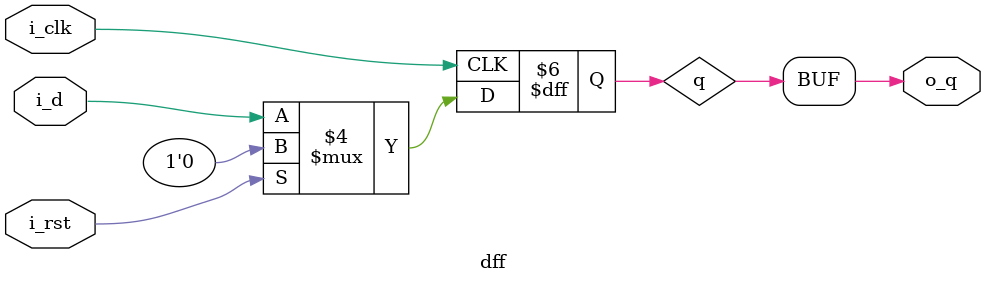
<source format=v>

`ifndef __DFF_INCULDE__
`define __DFF_INCLUDE__
`endif

module dff(i_clk, i_rst, i_d, o_q);
    parameter WIDTH = 1;
    input i_clk, i_rst;
    input [WIDTH-1:0] i_d;
    output [WIDTH-1:0] o_q;
    reg [WIDTH-1:0] q;

    initial begin
        q <= {WIDTH{1'b0}};
    end

    always @(posedge i_clk)
    begin
        if (i_rst)
            q <= {WIDTH{1'b0}};
        else
            q <= i_d;
    end
    assign o_q = q;
endmodule
</source>
